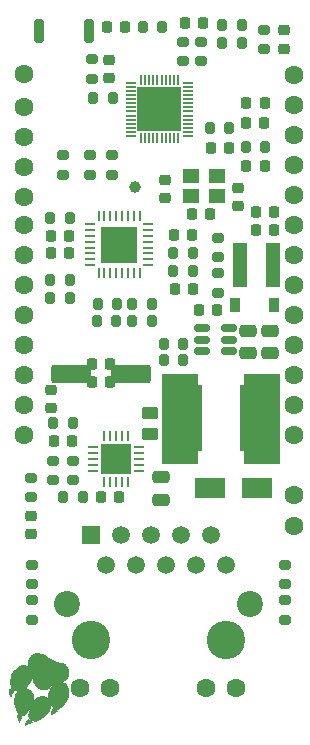
<source format=gts>
G04 #@! TF.GenerationSoftware,KiCad,Pcbnew,(6.0.9)*
G04 #@! TF.CreationDate,2022-11-21T00:29:48+13:00*
G04 #@! TF.ProjectId,LAN-Module-PoE,4c414e2d-4d6f-4647-956c-652d506f452e,rev?*
G04 #@! TF.SameCoordinates,Original*
G04 #@! TF.FileFunction,Soldermask,Top*
G04 #@! TF.FilePolarity,Negative*
%FSLAX46Y46*%
G04 Gerber Fmt 4.6, Leading zero omitted, Abs format (unit mm)*
G04 Created by KiCad (PCBNEW (6.0.9)) date 2022-11-21 00:29:48*
%MOMM*%
%LPD*%
G01*
G04 APERTURE LIST*
G04 Aperture macros list*
%AMRoundRect*
0 Rectangle with rounded corners*
0 $1 Rounding radius*
0 $2 $3 $4 $5 $6 $7 $8 $9 X,Y pos of 4 corners*
0 Add a 4 corners polygon primitive as box body*
4,1,4,$2,$3,$4,$5,$6,$7,$8,$9,$2,$3,0*
0 Add four circle primitives for the rounded corners*
1,1,$1+$1,$2,$3*
1,1,$1+$1,$4,$5*
1,1,$1+$1,$6,$7*
1,1,$1+$1,$8,$9*
0 Add four rect primitives between the rounded corners*
20,1,$1+$1,$2,$3,$4,$5,0*
20,1,$1+$1,$4,$5,$6,$7,0*
20,1,$1+$1,$6,$7,$8,$9,0*
20,1,$1+$1,$8,$9,$2,$3,0*%
G04 Aperture macros list end*
%ADD10C,0.264583*%
%ADD11RoundRect,0.250000X0.475000X-0.250000X0.475000X0.250000X-0.475000X0.250000X-0.475000X-0.250000X0*%
%ADD12R,1.600000X5.700000*%
%ADD13R,3.100000X7.700000*%
%ADD14RoundRect,0.225000X0.225000X0.250000X-0.225000X0.250000X-0.225000X-0.250000X0.225000X-0.250000X0*%
%ADD15RoundRect,0.062500X-0.062500X0.362500X-0.062500X-0.362500X0.062500X-0.362500X0.062500X0.362500X0*%
%ADD16RoundRect,0.062500X-0.362500X0.062500X-0.362500X-0.062500X0.362500X-0.062500X0.362500X0.062500X0*%
%ADD17R,2.600000X2.600000*%
%ADD18RoundRect,0.200000X0.200000X0.275000X-0.200000X0.275000X-0.200000X-0.275000X0.200000X-0.275000X0*%
%ADD19C,1.600000*%
%ADD20R,0.900000X1.200000*%
%ADD21RoundRect,0.150000X-0.512500X-0.150000X0.512500X-0.150000X0.512500X0.150000X-0.512500X0.150000X0*%
%ADD22RoundRect,0.200000X-0.200000X-0.275000X0.200000X-0.275000X0.200000X0.275000X-0.200000X0.275000X0*%
%ADD23RoundRect,0.250000X0.450000X-0.262500X0.450000X0.262500X-0.450000X0.262500X-0.450000X-0.262500X0*%
%ADD24RoundRect,0.225000X0.250000X-0.225000X0.250000X0.225000X-0.250000X0.225000X-0.250000X-0.225000X0*%
%ADD25RoundRect,0.200000X-0.275000X0.200000X-0.275000X-0.200000X0.275000X-0.200000X0.275000X0.200000X0*%
%ADD26RoundRect,0.225000X-0.225000X-0.250000X0.225000X-0.250000X0.225000X0.250000X-0.225000X0.250000X0*%
%ADD27RoundRect,0.200000X0.275000X-0.200000X0.275000X0.200000X-0.275000X0.200000X-0.275000X-0.200000X0*%
%ADD28R,1.200000X3.700000*%
%ADD29RoundRect,0.225000X-0.250000X0.225000X-0.250000X-0.225000X0.250000X-0.225000X0.250000X0.225000X0*%
%ADD30R,2.500000X1.800000*%
%ADD31RoundRect,0.062500X0.062500X-0.375000X0.062500X0.375000X-0.062500X0.375000X-0.062500X-0.375000X0*%
%ADD32RoundRect,0.062500X0.375000X-0.062500X0.375000X0.062500X-0.375000X0.062500X-0.375000X-0.062500X0*%
%ADD33R,3.100000X3.100000*%
%ADD34RoundRect,0.200000X0.200000X0.800000X-0.200000X0.800000X-0.200000X-0.800000X0.200000X-0.800000X0*%
%ADD35C,1.000000*%
%ADD36RoundRect,0.218750X-0.256250X0.218750X-0.256250X-0.218750X0.256250X-0.218750X0.256250X0.218750X0*%
%ADD37RoundRect,0.250000X1.412500X0.550000X-1.412500X0.550000X-1.412500X-0.550000X1.412500X-0.550000X0*%
%ADD38C,3.250000*%
%ADD39R,1.500000X1.500000*%
%ADD40C,1.500000*%
%ADD41C,2.200000*%
%ADD42RoundRect,0.050000X0.350000X0.050000X-0.350000X0.050000X-0.350000X-0.050000X0.350000X-0.050000X0*%
%ADD43RoundRect,0.050000X0.050000X0.350000X-0.050000X0.350000X-0.050000X-0.350000X0.050000X-0.350000X0*%
%ADD44R,3.700000X3.700000*%
%ADD45R,1.400000X1.200000*%
G04 APERTURE END LIST*
G04 #@! TO.C,LOGO1*
G36*
X33795123Y-89623000D02*
G01*
X33922123Y-89684000D01*
X34023123Y-89788000D01*
X34097123Y-89905000D01*
X34146123Y-90024000D01*
X34174123Y-90218000D01*
X34174123Y-90431000D01*
X34145123Y-90647000D01*
X34092123Y-90848000D01*
X34015123Y-91020000D01*
X33894123Y-91191000D01*
X33737123Y-91360000D01*
X33567123Y-91509000D01*
X33404123Y-91618000D01*
X33272123Y-91668000D01*
X33118123Y-91647000D01*
X32970123Y-91551000D01*
X32837123Y-91389000D01*
X32730123Y-91169000D01*
X32666123Y-90950000D01*
X32643123Y-90736000D01*
X32661123Y-90521000D01*
X32720123Y-90300000D01*
X32821123Y-90066000D01*
X32940123Y-89853000D01*
X33056123Y-89736000D01*
X33223123Y-89636000D01*
X33407123Y-89584000D01*
X33600123Y-89579000D01*
X33795123Y-89623000D01*
G37*
D10*
X33795123Y-89623000D02*
X33922123Y-89684000D01*
X34023123Y-89788000D01*
X34097123Y-89905000D01*
X34146123Y-90024000D01*
X34174123Y-90218000D01*
X34174123Y-90431000D01*
X34145123Y-90647000D01*
X34092123Y-90848000D01*
X34015123Y-91020000D01*
X33894123Y-91191000D01*
X33737123Y-91360000D01*
X33567123Y-91509000D01*
X33404123Y-91618000D01*
X33272123Y-91668000D01*
X33118123Y-91647000D01*
X32970123Y-91551000D01*
X32837123Y-91389000D01*
X32730123Y-91169000D01*
X32666123Y-90950000D01*
X32643123Y-90736000D01*
X32661123Y-90521000D01*
X32720123Y-90300000D01*
X32821123Y-90066000D01*
X32940123Y-89853000D01*
X33056123Y-89736000D01*
X33223123Y-89636000D01*
X33407123Y-89584000D01*
X33600123Y-89579000D01*
X33795123Y-89623000D01*
G36*
X31868123Y-87172000D02*
G01*
X32017123Y-87223000D01*
X32182123Y-87308000D01*
X32380123Y-87435000D01*
X32564123Y-87556000D01*
X32724123Y-87647000D01*
X32881123Y-87718000D01*
X33056123Y-87780000D01*
X33270123Y-87842000D01*
X33550123Y-87924000D01*
X33725123Y-87998000D01*
X33855123Y-88090000D01*
X34028123Y-88266000D01*
X34131123Y-88445000D01*
X34173123Y-88642000D01*
X34168123Y-88799000D01*
X34111123Y-88961000D01*
X34014123Y-89124000D01*
X33883123Y-89253000D01*
X33715123Y-89349000D01*
X33507123Y-89414000D01*
X33257123Y-89449000D01*
X33032123Y-89484000D01*
X32862123Y-89560000D01*
X32705123Y-89697000D01*
X32507123Y-89881000D01*
X32334123Y-89969000D01*
X32123123Y-89993000D01*
X31965123Y-89977000D01*
X31793123Y-89913000D01*
X31626123Y-89821000D01*
X31500123Y-89691000D01*
X31399123Y-89537000D01*
X31355123Y-89375000D01*
X31357123Y-89172000D01*
X31369123Y-88957000D01*
X31349123Y-88797000D01*
X31284123Y-88650000D01*
X31164123Y-88476000D01*
X31039123Y-88282000D01*
X30960123Y-88092000D01*
X30926123Y-87905000D01*
X30937123Y-87722000D01*
X30994123Y-87543000D01*
X31077123Y-87394000D01*
X31193123Y-87287000D01*
X31350123Y-87200000D01*
X31529123Y-87152000D01*
X31717123Y-87147000D01*
X31868123Y-87172000D01*
G37*
X31868123Y-87172000D02*
X32017123Y-87223000D01*
X32182123Y-87308000D01*
X32380123Y-87435000D01*
X32564123Y-87556000D01*
X32724123Y-87647000D01*
X32881123Y-87718000D01*
X33056123Y-87780000D01*
X33270123Y-87842000D01*
X33550123Y-87924000D01*
X33725123Y-87998000D01*
X33855123Y-88090000D01*
X34028123Y-88266000D01*
X34131123Y-88445000D01*
X34173123Y-88642000D01*
X34168123Y-88799000D01*
X34111123Y-88961000D01*
X34014123Y-89124000D01*
X33883123Y-89253000D01*
X33715123Y-89349000D01*
X33507123Y-89414000D01*
X33257123Y-89449000D01*
X33032123Y-89484000D01*
X32862123Y-89560000D01*
X32705123Y-89697000D01*
X32507123Y-89881000D01*
X32334123Y-89969000D01*
X32123123Y-89993000D01*
X31965123Y-89977000D01*
X31793123Y-89913000D01*
X31626123Y-89821000D01*
X31500123Y-89691000D01*
X31399123Y-89537000D01*
X31355123Y-89375000D01*
X31357123Y-89172000D01*
X31369123Y-88957000D01*
X31349123Y-88797000D01*
X31284123Y-88650000D01*
X31164123Y-88476000D01*
X31039123Y-88282000D01*
X30960123Y-88092000D01*
X30926123Y-87905000D01*
X30937123Y-87722000D01*
X30994123Y-87543000D01*
X31077123Y-87394000D01*
X31193123Y-87287000D01*
X31350123Y-87200000D01*
X31529123Y-87152000D01*
X31717123Y-87147000D01*
X31868123Y-87172000D01*
G36*
X30667123Y-88191000D02*
G01*
X30764123Y-88250000D01*
X30864123Y-88332000D01*
X30997123Y-88492000D01*
X31075123Y-88668000D01*
X31098123Y-88862000D01*
X31068123Y-89075000D01*
X30983123Y-89310000D01*
X30875123Y-89512000D01*
X30748123Y-89684000D01*
X30601123Y-89826000D01*
X30430123Y-89942000D01*
X30235123Y-90033000D01*
X30007123Y-90096000D01*
X29803123Y-90105000D01*
X29635123Y-90062000D01*
X29513123Y-89968000D01*
X29454123Y-89822000D01*
X29427123Y-89602000D01*
X29431123Y-89346000D01*
X29465123Y-89095000D01*
X29530123Y-88886000D01*
X29616123Y-88735000D01*
X29735123Y-88580000D01*
X29876123Y-88433000D01*
X30025123Y-88307000D01*
X30170123Y-88214000D01*
X30333123Y-88164000D01*
X30513123Y-88155000D01*
X30667123Y-88191000D01*
G37*
X30667123Y-88191000D02*
X30764123Y-88250000D01*
X30864123Y-88332000D01*
X30997123Y-88492000D01*
X31075123Y-88668000D01*
X31098123Y-88862000D01*
X31068123Y-89075000D01*
X30983123Y-89310000D01*
X30875123Y-89512000D01*
X30748123Y-89684000D01*
X30601123Y-89826000D01*
X30430123Y-89942000D01*
X30235123Y-90033000D01*
X30007123Y-90096000D01*
X29803123Y-90105000D01*
X29635123Y-90062000D01*
X29513123Y-89968000D01*
X29454123Y-89822000D01*
X29427123Y-89602000D01*
X29431123Y-89346000D01*
X29465123Y-89095000D01*
X29530123Y-88886000D01*
X29616123Y-88735000D01*
X29735123Y-88580000D01*
X29876123Y-88433000D01*
X30025123Y-88307000D01*
X30170123Y-88214000D01*
X30333123Y-88164000D01*
X30513123Y-88155000D01*
X30667123Y-88191000D01*
G36*
X33042123Y-91783000D02*
G01*
X33255123Y-91838000D01*
X33369123Y-91914000D01*
X33260123Y-92035000D01*
X33075123Y-92173000D01*
X32898123Y-92263000D01*
X32753123Y-92255000D01*
X32776123Y-92109000D01*
X32840123Y-91893000D01*
X32899123Y-91760000D01*
X33042123Y-91783000D01*
G37*
G36*
X32291123Y-90807000D02*
G01*
X32440123Y-90905000D01*
X32553123Y-91055000D01*
X32625123Y-91231000D01*
X32654123Y-91423000D01*
X32638123Y-91622000D01*
X32577123Y-91815000D01*
X32504123Y-91951000D01*
X32408123Y-92068000D01*
X32260123Y-92195000D01*
X32034123Y-92359000D01*
X31773123Y-92528000D01*
X31571123Y-92628000D01*
X31404123Y-92666000D01*
X31250123Y-92652000D01*
X31101123Y-92582000D01*
X31007123Y-92458000D01*
X30969123Y-92281000D01*
X30986123Y-92052000D01*
X31059123Y-91771000D01*
X31141123Y-91557000D01*
X31239123Y-91359000D01*
X31350123Y-91181000D01*
X31471123Y-91029000D01*
X31599123Y-90905000D01*
X31730123Y-90816000D01*
X31908123Y-90759000D01*
X32104123Y-90757000D01*
X32291123Y-90807000D01*
G37*
X32291123Y-90807000D02*
X32440123Y-90905000D01*
X32553123Y-91055000D01*
X32625123Y-91231000D01*
X32654123Y-91423000D01*
X32638123Y-91622000D01*
X32577123Y-91815000D01*
X32504123Y-91951000D01*
X32408123Y-92068000D01*
X32260123Y-92195000D01*
X32034123Y-92359000D01*
X31773123Y-92528000D01*
X31571123Y-92628000D01*
X31404123Y-92666000D01*
X31250123Y-92652000D01*
X31101123Y-92582000D01*
X31007123Y-92458000D01*
X30969123Y-92281000D01*
X30986123Y-92052000D01*
X31059123Y-91771000D01*
X31141123Y-91557000D01*
X31239123Y-91359000D01*
X31350123Y-91181000D01*
X31471123Y-91029000D01*
X31599123Y-90905000D01*
X31730123Y-90816000D01*
X31908123Y-90759000D01*
X32104123Y-90757000D01*
X32291123Y-90807000D01*
G36*
X29390123Y-90079000D02*
G01*
X29565123Y-90198000D01*
X29678123Y-90300000D01*
X29610123Y-90438000D01*
X29483123Y-90631000D01*
X29391123Y-90738000D01*
X29319123Y-90667000D01*
X29260123Y-90462000D01*
X29232123Y-90221000D01*
X29254123Y-90041000D01*
X29390123Y-90079000D01*
G37*
G36*
X30796123Y-90129000D02*
G01*
X30957123Y-90228000D01*
X31098123Y-90396000D01*
X31168123Y-90615000D01*
X31176123Y-90799000D01*
X31149123Y-91008000D01*
X31088123Y-91232000D01*
X30995123Y-91463000D01*
X30873123Y-91694000D01*
X30713123Y-91930000D01*
X30558123Y-92091000D01*
X30407123Y-92177000D01*
X30259123Y-92190000D01*
X30091123Y-92127000D01*
X29964123Y-91996000D01*
X29872123Y-91789000D01*
X29811123Y-91498000D01*
X29776123Y-91188000D01*
X29770123Y-90932000D01*
X29794123Y-90722000D01*
X29851123Y-90548000D01*
X29942123Y-90403000D01*
X30069123Y-90275000D01*
X30249123Y-90157000D01*
X30435123Y-90094000D01*
X30620123Y-90084000D01*
X30796123Y-90129000D01*
G37*
X30796123Y-90129000D02*
X30957123Y-90228000D01*
X31098123Y-90396000D01*
X31168123Y-90615000D01*
X31176123Y-90799000D01*
X31149123Y-91008000D01*
X31088123Y-91232000D01*
X30995123Y-91463000D01*
X30873123Y-91694000D01*
X30713123Y-91930000D01*
X30558123Y-92091000D01*
X30407123Y-92177000D01*
X30259123Y-92190000D01*
X30091123Y-92127000D01*
X29964123Y-91996000D01*
X29872123Y-91789000D01*
X29811123Y-91498000D01*
X29776123Y-91188000D01*
X29770123Y-90932000D01*
X29794123Y-90722000D01*
X29851123Y-90548000D01*
X29942123Y-90403000D01*
X30069123Y-90275000D01*
X30249123Y-90157000D01*
X30435123Y-90094000D01*
X30620123Y-90084000D01*
X30796123Y-90129000D01*
G36*
X29999123Y-92244000D02*
G01*
X30200123Y-92319000D01*
X30370123Y-92401000D01*
X30337123Y-92513000D01*
X30262123Y-92715000D01*
X30166123Y-92938000D01*
X30114123Y-92962000D01*
X30041123Y-92845000D01*
X29963123Y-92621000D01*
X29916123Y-92394000D01*
X29916123Y-92212000D01*
X29999123Y-92244000D01*
G37*
G36*
X31041123Y-92705000D02*
G01*
X31215123Y-92798000D01*
X31296123Y-92841000D01*
X31159123Y-92960000D01*
X30962123Y-93072000D01*
X30741123Y-93162000D01*
X30608123Y-93186000D01*
X30582123Y-93117000D01*
X30696123Y-92886000D01*
X30832123Y-92658000D01*
X30923123Y-92610000D01*
X31041123Y-92705000D01*
G37*
G04 #@! TD*
D11*
G04 #@! TO.C,C4*
X42100000Y-74050000D03*
X42100000Y-72150000D03*
G04 #@! TD*
D12*
G04 #@! TO.C,L5*
X44850000Y-67100000D03*
X49550000Y-67100000D03*
G04 #@! TD*
D13*
G04 #@! TO.C,L4*
X43750000Y-67200000D03*
X50650000Y-67200000D03*
G04 #@! TD*
D11*
G04 #@! TO.C,C29*
X49500000Y-61650000D03*
X49500000Y-59750000D03*
G04 #@! TD*
D14*
G04 #@! TO.C,C11*
X50875000Y-40500000D03*
X49325000Y-40500000D03*
G04 #@! TD*
D11*
G04 #@! TO.C,C18*
X51300000Y-61650000D03*
X51300000Y-59750000D03*
G04 #@! TD*
D15*
G04 #@! TO.C,U2*
X39300000Y-68681233D03*
X38800000Y-68681233D03*
X38300000Y-68681233D03*
X37800000Y-68681233D03*
X37300000Y-68681233D03*
D16*
X36375000Y-69606233D03*
X36375000Y-70106233D03*
X36375000Y-70606233D03*
X36375000Y-71106233D03*
X36375000Y-71606233D03*
D15*
X37300000Y-72531233D03*
X37800000Y-72531233D03*
X38300000Y-72531233D03*
X38800000Y-72531233D03*
X39300000Y-72531233D03*
D16*
X40225000Y-71606233D03*
X40225000Y-71106233D03*
X40225000Y-70606233D03*
X40225000Y-70106233D03*
X40225000Y-69606233D03*
D17*
X38300000Y-70606233D03*
G04 #@! TD*
D18*
G04 #@! TO.C,R14*
X38332500Y-58950000D03*
X36682500Y-58950000D03*
G04 #@! TD*
D19*
G04 #@! TO.C,J20*
X53340000Y-45720000D03*
G04 #@! TD*
D14*
G04 #@! TO.C,C2*
X50850000Y-42200000D03*
X49300000Y-42200000D03*
G04 #@! TD*
D20*
G04 #@! TO.C,D2*
X48350000Y-57600000D03*
X51650000Y-57600000D03*
G04 #@! TD*
D21*
G04 #@! TO.C,U3*
X45562500Y-59550000D03*
X45562500Y-60500000D03*
X45562500Y-61450000D03*
X47837500Y-61450000D03*
X47837500Y-60500000D03*
X47837500Y-59550000D03*
G04 #@! TD*
D19*
G04 #@! TO.C,J10*
X30480000Y-55880000D03*
G04 #@! TD*
G04 #@! TO.C,J23*
X53340000Y-53340000D03*
G04 #@! TD*
D22*
G04 #@! TO.C,R8*
X32745000Y-55450000D03*
X34395000Y-55450000D03*
G04 #@! TD*
G04 #@! TO.C,R17*
X39682500Y-58950000D03*
X41332500Y-58950000D03*
G04 #@! TD*
D18*
G04 #@! TO.C,C22*
X34395000Y-56950000D03*
X32745000Y-56950000D03*
G04 #@! TD*
D23*
G04 #@! TO.C,R20*
X41200000Y-68512500D03*
X41200000Y-66687500D03*
G04 #@! TD*
D18*
G04 #@! TO.C,R32*
X38025000Y-40000000D03*
X36375000Y-40000000D03*
G04 #@! TD*
D24*
G04 #@! TO.C,C3*
X31100000Y-76975000D03*
X31100000Y-75425000D03*
G04 #@! TD*
D25*
G04 #@! TO.C,R2*
X36275000Y-36750000D03*
X36275000Y-38400000D03*
G04 #@! TD*
D26*
G04 #@! TO.C,C10*
X37525000Y-34000000D03*
X39075000Y-34000000D03*
G04 #@! TD*
D27*
G04 #@! TO.C,R11*
X52600000Y-81225000D03*
X52600000Y-79575000D03*
G04 #@! TD*
D25*
G04 #@! TO.C,R10*
X36100000Y-44875000D03*
X36100000Y-46525000D03*
G04 #@! TD*
D28*
G04 #@! TO.C,L2*
X48800000Y-54200000D03*
X51600000Y-54200000D03*
G04 #@! TD*
D19*
G04 #@! TO.C,J4*
X30480000Y-40780000D03*
G04 #@! TD*
D29*
G04 #@! TO.C,C13*
X48600000Y-47625000D03*
X48600000Y-49175000D03*
G04 #@! TD*
D19*
G04 #@! TO.C,J7*
X30480000Y-48400000D03*
G04 #@! TD*
D14*
G04 #@! TO.C,C21*
X51675000Y-51200000D03*
X50125000Y-51200000D03*
G04 #@! TD*
D22*
G04 #@! TO.C,R23*
X42350000Y-62200000D03*
X44000000Y-62200000D03*
G04 #@! TD*
D19*
G04 #@! TO.C,J25*
X53340000Y-58420000D03*
G04 #@! TD*
D18*
G04 #@! TO.C,R13*
X38395000Y-57450000D03*
X36745000Y-57450000D03*
G04 #@! TD*
D30*
G04 #@! TO.C,D1*
X50230000Y-73031233D03*
X46230000Y-73031233D03*
G04 #@! TD*
D19*
G04 #@! TO.C,J27*
X53340000Y-66040000D03*
G04 #@! TD*
D27*
G04 #@! TO.C,R6*
X32970000Y-72425000D03*
X32970000Y-70775000D03*
G04 #@! TD*
D22*
G04 #@! TO.C,R19*
X33825000Y-73831233D03*
X35475000Y-73831233D03*
G04 #@! TD*
D27*
G04 #@! TO.C,R29*
X45500000Y-36925000D03*
X45500000Y-35275000D03*
G04 #@! TD*
D19*
G04 #@! TO.C,J8*
X30480000Y-50800000D03*
G04 #@! TD*
G04 #@! TO.C,J17*
X53340000Y-38100000D03*
G04 #@! TD*
G04 #@! TO.C,J26*
X53340000Y-60960000D03*
G04 #@! TD*
D22*
G04 #@! TO.C,R18*
X39682500Y-57450000D03*
X41332500Y-57450000D03*
G04 #@! TD*
D14*
G04 #@! TO.C,C20*
X34575000Y-69100000D03*
X33025000Y-69100000D03*
G04 #@! TD*
D27*
G04 #@! TO.C,C8*
X37925000Y-46550000D03*
X37925000Y-44900000D03*
G04 #@! TD*
D26*
G04 #@! TO.C,C24*
X43295000Y-56200000D03*
X44845000Y-56200000D03*
G04 #@! TD*
D18*
G04 #@! TO.C,R3*
X50925000Y-44200000D03*
X49275000Y-44200000D03*
G04 #@! TD*
D27*
G04 #@! TO.C,R12*
X31200000Y-81225000D03*
X31200000Y-79575000D03*
G04 #@! TD*
G04 #@! TO.C,R26*
X46900000Y-53525000D03*
X46900000Y-51875000D03*
G04 #@! TD*
D31*
G04 #@! TO.C,U4*
X36820000Y-54887500D03*
X37320000Y-54887500D03*
X37820000Y-54887500D03*
X38320000Y-54887500D03*
X38820000Y-54887500D03*
X39320000Y-54887500D03*
X39820000Y-54887500D03*
X40320000Y-54887500D03*
D32*
X41007500Y-54200000D03*
X41007500Y-53700000D03*
X41007500Y-53200000D03*
X41007500Y-52700000D03*
X41007500Y-52200000D03*
X41007500Y-51700000D03*
X41007500Y-51200000D03*
X41007500Y-50700000D03*
D31*
X40320000Y-50012500D03*
X39820000Y-50012500D03*
X39320000Y-50012500D03*
X38820000Y-50012500D03*
X38320000Y-50012500D03*
X37820000Y-50012500D03*
X37320000Y-50012500D03*
X36820000Y-50012500D03*
D32*
X36132500Y-50700000D03*
X36132500Y-51200000D03*
X36132500Y-51700000D03*
X36132500Y-52200000D03*
X36132500Y-52700000D03*
X36132500Y-53200000D03*
X36132500Y-53700000D03*
X36132500Y-54200000D03*
D33*
X38570000Y-52450000D03*
G04 #@! TD*
D27*
G04 #@! TO.C,R5*
X33800000Y-46525000D03*
X33800000Y-44875000D03*
G04 #@! TD*
D14*
G04 #@! TO.C,C16*
X47850000Y-44300000D03*
X46300000Y-44300000D03*
G04 #@! TD*
D19*
G04 #@! TO.C,J14*
X30480000Y-66040000D03*
G04 #@! TD*
D34*
G04 #@! TO.C,SW1*
X36000000Y-34400000D03*
X31800000Y-34400000D03*
G04 #@! TD*
D35*
G04 #@! TO.C,TP1*
X39900000Y-47600000D03*
G04 #@! TD*
D19*
G04 #@! TO.C,J19*
X53340000Y-43180000D03*
G04 #@! TD*
D18*
G04 #@! TO.C,R4*
X48925000Y-35400000D03*
X47275000Y-35400000D03*
G04 #@! TD*
D19*
G04 #@! TO.C,J12*
X30480000Y-60960000D03*
G04 #@! TD*
G04 #@! TO.C,J22*
X53340000Y-50800000D03*
G04 #@! TD*
D25*
G04 #@! TO.C,R25*
X31100000Y-72175000D03*
X31100000Y-73825000D03*
G04 #@! TD*
D24*
G04 #@! TO.C,C6*
X32800000Y-66275000D03*
X32800000Y-64725000D03*
G04 #@! TD*
D36*
G04 #@! TO.C,D3*
X52500000Y-34312500D03*
X52500000Y-35887500D03*
G04 #@! TD*
D19*
G04 #@! TO.C,J29*
X53340000Y-76260000D03*
G04 #@! TD*
D18*
G04 #@! TO.C,L3*
X44795000Y-53200000D03*
X43145000Y-53200000D03*
G04 #@! TD*
D19*
G04 #@! TO.C,J3*
X30480000Y-38010000D03*
G04 #@! TD*
D14*
G04 #@! TO.C,C7*
X37775000Y-64050000D03*
X36225000Y-64050000D03*
G04 #@! TD*
D26*
G04 #@! TO.C,C26*
X43195000Y-51600000D03*
X44745000Y-51600000D03*
G04 #@! TD*
D27*
G04 #@! TO.C,R27*
X46900000Y-56525000D03*
X46900000Y-54875000D03*
G04 #@! TD*
D19*
G04 #@! TO.C,J16*
X30480000Y-68580000D03*
G04 #@! TD*
D27*
G04 #@! TO.C,R28*
X50800000Y-35925000D03*
X50800000Y-34275000D03*
G04 #@! TD*
D26*
G04 #@! TO.C,C12*
X44725000Y-49855000D03*
X46275000Y-49855000D03*
G04 #@! TD*
D19*
G04 #@! TO.C,J24*
X53340000Y-55880000D03*
G04 #@! TD*
D22*
G04 #@! TO.C,R21*
X32975000Y-67600000D03*
X34625000Y-67600000D03*
G04 #@! TD*
D26*
G04 #@! TO.C,C5*
X50125000Y-49700000D03*
X51675000Y-49700000D03*
G04 #@! TD*
D18*
G04 #@! TO.C,R24*
X44000000Y-60850000D03*
X42350000Y-60850000D03*
G04 #@! TD*
D19*
G04 #@! TO.C,J13*
X30480000Y-63500000D03*
G04 #@! TD*
D14*
G04 #@! TO.C,C15*
X50875000Y-45800000D03*
X49325000Y-45800000D03*
G04 #@! TD*
G04 #@! TO.C,C25*
X34345000Y-53200000D03*
X32795000Y-53200000D03*
G04 #@! TD*
D19*
G04 #@! TO.C,J5*
X30480000Y-43320000D03*
G04 #@! TD*
D14*
G04 #@! TO.C,C1*
X38575000Y-73831233D03*
X37025000Y-73831233D03*
G04 #@! TD*
G04 #@! TO.C,C28*
X37775000Y-62600000D03*
X36225000Y-62600000D03*
G04 #@! TD*
D25*
G04 #@! TO.C,R15*
X31200000Y-82575000D03*
X31200000Y-84225000D03*
G04 #@! TD*
D37*
G04 #@! TO.C,C27*
X39600000Y-63400000D03*
X34525000Y-63400000D03*
G04 #@! TD*
D22*
G04 #@! TO.C,R1*
X40575000Y-34000000D03*
X42225000Y-34000000D03*
G04 #@! TD*
D18*
G04 #@! TO.C,R22*
X48925000Y-33900000D03*
X47275000Y-33900000D03*
G04 #@! TD*
D24*
G04 #@! TO.C,C9*
X42475000Y-48550000D03*
X42475000Y-47000000D03*
G04 #@! TD*
D38*
G04 #@! TO.C,J1*
X36150000Y-85921233D03*
X47580000Y-85921233D03*
D39*
X36150000Y-77031233D03*
D40*
X37420000Y-79571233D03*
X38690000Y-77031233D03*
X39960000Y-79571233D03*
X41230000Y-77031233D03*
X42500000Y-79571233D03*
X43770000Y-77031233D03*
X45040000Y-79571233D03*
X46310000Y-77031233D03*
X47580000Y-79571233D03*
D19*
X35235000Y-90001233D03*
X37775000Y-90001233D03*
X45955000Y-90001233D03*
X48495000Y-90001233D03*
D41*
X34120000Y-82871233D03*
X49610000Y-82871233D03*
G04 #@! TD*
D18*
G04 #@! TO.C,R9*
X44795000Y-54700000D03*
X43145000Y-54700000D03*
G04 #@! TD*
D19*
G04 #@! TO.C,J28*
X53340000Y-68580000D03*
G04 #@! TD*
G04 #@! TO.C,J21*
X53340000Y-48260000D03*
G04 #@! TD*
D26*
G04 #@! TO.C,C19*
X44125000Y-33700000D03*
X45675000Y-33700000D03*
G04 #@! TD*
D19*
G04 #@! TO.C,J15*
X53340000Y-63500000D03*
G04 #@! TD*
D25*
G04 #@! TO.C,R16*
X52600000Y-82575000D03*
X52600000Y-84225000D03*
G04 #@! TD*
D22*
G04 #@! TO.C,L1*
X46250000Y-42575000D03*
X47900000Y-42575000D03*
G04 #@! TD*
D29*
G04 #@! TO.C,C14*
X37675000Y-36800000D03*
X37675000Y-38350000D03*
G04 #@! TD*
D19*
G04 #@! TO.C,J6*
X30480000Y-45860000D03*
G04 #@! TD*
D42*
G04 #@! TO.C,U1*
X44425000Y-43283333D03*
X44425000Y-42933333D03*
X44425000Y-42583333D03*
X44425000Y-42233333D03*
X44425000Y-41883333D03*
X44425000Y-41533333D03*
X44425000Y-41183333D03*
X44425000Y-40833333D03*
X44425000Y-40483333D03*
X44425000Y-40133333D03*
X44425000Y-39783333D03*
X44425000Y-39433333D03*
X44425000Y-39083333D03*
X44425000Y-38733333D03*
D43*
X43550000Y-38558333D03*
X43200000Y-38558333D03*
X42850000Y-38558333D03*
X42500000Y-38558333D03*
X42150000Y-38558333D03*
X41800000Y-38558333D03*
X41450000Y-38558333D03*
X41100000Y-38558333D03*
X40750000Y-38558333D03*
X40400000Y-38558333D03*
D42*
X39525000Y-38733333D03*
X39525000Y-39083333D03*
X39525000Y-39433333D03*
X39525000Y-39783333D03*
X39525000Y-40133333D03*
X39525000Y-40483333D03*
X39525000Y-40833333D03*
X39525000Y-41183333D03*
X39525000Y-41533333D03*
X39525000Y-41883333D03*
X39525000Y-42233333D03*
X39525000Y-42583333D03*
X39525000Y-42933333D03*
X39525000Y-43283333D03*
D43*
X40400000Y-43458333D03*
X40750000Y-43458333D03*
X41100000Y-43458333D03*
X41450000Y-43458333D03*
X41800000Y-43458333D03*
X42150000Y-43458333D03*
X42500000Y-43458333D03*
X42850000Y-43458333D03*
X43200000Y-43458333D03*
X43550000Y-43458333D03*
D44*
X41975000Y-41008333D03*
G04 #@! TD*
D19*
G04 #@! TO.C,J2*
X53340000Y-73660000D03*
G04 #@! TD*
G04 #@! TO.C,J18*
X53340000Y-40640000D03*
G04 #@! TD*
D25*
G04 #@! TO.C,R7*
X34650000Y-70775000D03*
X34650000Y-72425000D03*
G04 #@! TD*
D19*
G04 #@! TO.C,J9*
X30480000Y-53340000D03*
G04 #@! TD*
D14*
G04 #@! TO.C,C23*
X34345000Y-51700000D03*
X32795000Y-51700000D03*
G04 #@! TD*
D22*
G04 #@! TO.C,R31*
X32745000Y-50200000D03*
X34395000Y-50200000D03*
G04 #@! TD*
D26*
G04 #@! TO.C,C17*
X45325000Y-58000000D03*
X46875000Y-58000000D03*
G04 #@! TD*
D19*
G04 #@! TO.C,J11*
X30480000Y-58420000D03*
G04 #@! TD*
D27*
G04 #@! TO.C,R30*
X44000000Y-36925000D03*
X44000000Y-35275000D03*
G04 #@! TD*
D45*
G04 #@! TO.C,Y1*
X44625000Y-48325000D03*
X46825000Y-48325000D03*
X46825000Y-46625000D03*
X44625000Y-46625000D03*
G04 #@! TD*
M02*

</source>
